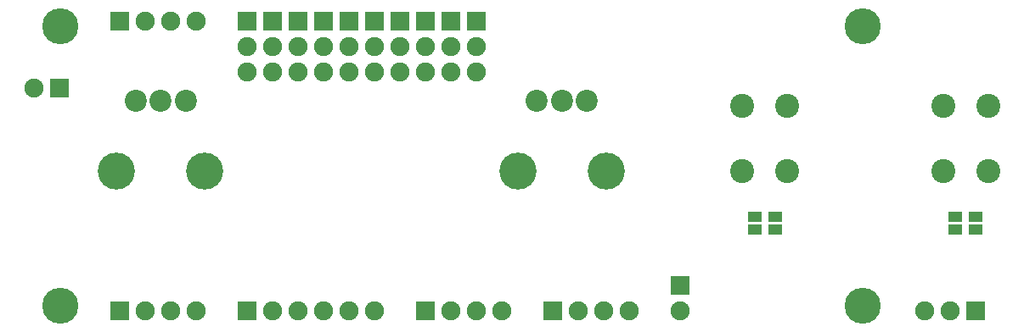
<source format=gbr>
G04 #@! TF.GenerationSoftware,KiCad,Pcbnew,(5.0.0)*
G04 #@! TF.CreationDate,2019-10-15T14:43:01+03:00*
G04 #@! TF.ProjectId,RDC2-0051,524443322D303035312E6B696361645F,rev?*
G04 #@! TF.SameCoordinates,Original*
G04 #@! TF.FileFunction,Soldermask,Bot*
G04 #@! TF.FilePolarity,Negative*
%FSLAX46Y46*%
G04 Gerber Fmt 4.6, Leading zero omitted, Abs format (unit mm)*
G04 Created by KiCad (PCBNEW (5.0.0)) date 10/15/19 14:43:01*
%MOMM*%
%LPD*%
G01*
G04 APERTURE LIST*
%ADD10C,3.600000*%
%ADD11C,3.700000*%
%ADD12C,2.200000*%
%ADD13R,1.900000X1.900000*%
%ADD14C,1.900000*%
%ADD15C,2.400000*%
%ADD16R,1.400000X1.000000*%
%ADD17O,1.900000X1.900000*%
G04 APERTURE END LIST*
D10*
G04 #@! TO.C,REF\002A\002A*
X185000000Y-97000000D03*
G04 #@! TD*
G04 #@! TO.C,REF\002A\002A*
X185000000Y-69000000D03*
G04 #@! TD*
G04 #@! TO.C,REF\002A\002A*
X105000000Y-97000000D03*
G04 #@! TD*
G04 #@! TO.C,REF\002A\002A*
X105000000Y-69000000D03*
G04 #@! TD*
D11*
G04 #@! TO.C,R8*
X159400000Y-83500000D03*
X150600000Y-83500000D03*
D12*
X157500000Y-76500000D03*
X152500000Y-76500000D03*
X155000000Y-76500000D03*
G04 #@! TD*
D11*
G04 #@! TO.C,R7*
X119400000Y-83500000D03*
X110600000Y-83500000D03*
D12*
X117500000Y-76500000D03*
X112500000Y-76500000D03*
X115000000Y-76500000D03*
G04 #@! TD*
D13*
G04 #@! TO.C,XP2*
X196240000Y-97500000D03*
D14*
X193700000Y-97500000D03*
X191160000Y-97500000D03*
G04 #@! TD*
D15*
G04 #@! TO.C,SW1*
X177500000Y-77000000D03*
X173000000Y-77000000D03*
X177500000Y-83500000D03*
X173000000Y-83500000D03*
G04 #@! TD*
G04 #@! TO.C,SW2*
X197500000Y-77000000D03*
X193000000Y-77000000D03*
X197500000Y-83500000D03*
X193000000Y-83500000D03*
G04 #@! TD*
D16*
G04 #@! TO.C,HL2*
X194250000Y-89350000D03*
X194250000Y-88050000D03*
X196250000Y-89350000D03*
X196250000Y-88050000D03*
G04 #@! TD*
G04 #@! TO.C,HL1*
X176250000Y-88050000D03*
X176250000Y-89350000D03*
X174250000Y-88050000D03*
X174250000Y-89350000D03*
G04 #@! TD*
D13*
G04 #@! TO.C,XP1*
X166760000Y-94960000D03*
D17*
X166760000Y-97500000D03*
G04 #@! TD*
G04 #@! TO.C,XP3*
X102360000Y-75200000D03*
D13*
X104900000Y-75200000D03*
G04 #@! TD*
G04 #@! TO.C,XP4*
X110880000Y-97500000D03*
D17*
X113420000Y-97500000D03*
X115960000Y-97500000D03*
X118500000Y-97500000D03*
G04 #@! TD*
D13*
G04 #@! TO.C,XP6*
X141360000Y-97500000D03*
D17*
X143900000Y-97500000D03*
X146440000Y-97500000D03*
X148980000Y-97500000D03*
G04 #@! TD*
G04 #@! TO.C,XP7*
X161680000Y-97500000D03*
X159140000Y-97500000D03*
X156600000Y-97500000D03*
D13*
X154060000Y-97500000D03*
G04 #@! TD*
D17*
G04 #@! TO.C,XP8*
X118500000Y-68500000D03*
X115960000Y-68500000D03*
X113420000Y-68500000D03*
D13*
X110880000Y-68500000D03*
G04 #@! TD*
G04 #@! TO.C,XP11*
X146440000Y-68500000D03*
D14*
X146440000Y-71040000D03*
X146440000Y-73580000D03*
G04 #@! TD*
G04 #@! TO.C,XP12*
X143900000Y-73580000D03*
X143900000Y-71040000D03*
D13*
X143900000Y-68500000D03*
G04 #@! TD*
D14*
G04 #@! TO.C,XP13*
X141360000Y-73580000D03*
X141360000Y-71040000D03*
D13*
X141360000Y-68500000D03*
G04 #@! TD*
D14*
G04 #@! TO.C,XP14*
X138820000Y-73580000D03*
X138820000Y-71040000D03*
D13*
X138820000Y-68500000D03*
G04 #@! TD*
G04 #@! TO.C,XP15*
X136280000Y-68500000D03*
D14*
X136280000Y-71040000D03*
X136280000Y-73580000D03*
G04 #@! TD*
G04 #@! TO.C,XP16*
X133740000Y-73580000D03*
X133740000Y-71040000D03*
D13*
X133740000Y-68500000D03*
G04 #@! TD*
G04 #@! TO.C,XP17*
X131200000Y-68500000D03*
D14*
X131200000Y-71040000D03*
X131200000Y-73580000D03*
G04 #@! TD*
G04 #@! TO.C,XP18*
X128660000Y-73580000D03*
X128660000Y-71040000D03*
D13*
X128660000Y-68500000D03*
G04 #@! TD*
G04 #@! TO.C,XP19*
X126120000Y-68500000D03*
D14*
X126120000Y-71040000D03*
X126120000Y-73580000D03*
G04 #@! TD*
D13*
G04 #@! TO.C,XP20*
X123580000Y-68500000D03*
D14*
X123580000Y-71040000D03*
X123580000Y-73580000D03*
G04 #@! TD*
D13*
G04 #@! TO.C,XP5*
X123580000Y-97500000D03*
D14*
X126120000Y-97500000D03*
X128660000Y-97500000D03*
X131200000Y-97500000D03*
X133740000Y-97500000D03*
X136280000Y-97500000D03*
G04 #@! TD*
M02*

</source>
